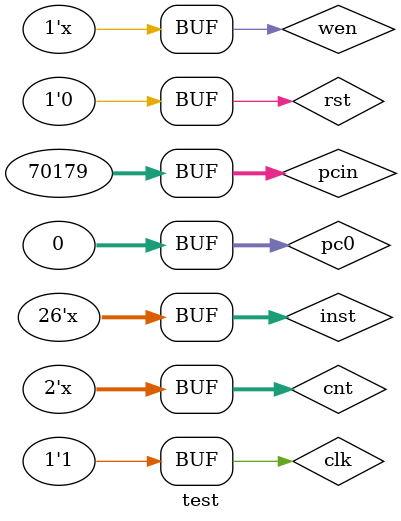
<source format=v>
`timescale 1ns / 1ps
module test;
reg[31:0]pcin,pc0;
reg[25:0]inst;
reg clk,rst,wen;
reg[1:0]cnt;
wire[31:0]pcout;
prog_cnt uut(pcin,pc0,inst,clk,rst,wen,cnt,pcout);
initial begin
pcin=32'h00011223;
pc0=32'h00000000;
inst=26'b00110011001100110010000111;
cnt=2'b00;
clk=0;
rst=1;
wen=0;
#1 clk=1;
#1 rst=0;
end
always begin
#10 clk=0;
cnt=cnt+1;
#10 clk=1;#10 clk=0;
wen=~wen;
#10 clk=1;#10 clk=0;
inst=inst+1;
#10 clk=1;
end
endmodule

</source>
